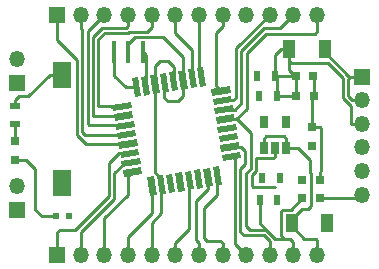
<source format=gbr>
G04 #@! TF.FileFunction,Copper,L1,Top,Signal*
%FSLAX46Y46*%
G04 Gerber Fmt 4.6, Leading zero omitted, Abs format (unit mm)*
G04 Created by KiCad (PCBNEW 4.0.7) date 11/17/20 22:45:57*
%MOMM*%
%LPD*%
G01*
G04 APERTURE LIST*
%ADD10C,0.100000*%
%ADD11R,0.500000X0.900000*%
%ADD12R,1.350000X1.350000*%
%ADD13O,1.350000X1.350000*%
%ADD14R,1.000000X1.600000*%
%ADD15R,0.800000X0.750000*%
%ADD16R,0.800000X0.800000*%
%ADD17R,0.600000X0.500000*%
%ADD18R,0.900000X0.500000*%
%ADD19R,1.600000X2.180000*%
%ADD20R,0.650000X1.060000*%
%ADD21R,0.400000X1.900000*%
%ADD22C,0.250000*%
G04 APERTURE END LIST*
D10*
G36*
X159730211Y-174366977D02*
X160273440Y-174280938D01*
X160523735Y-175861239D01*
X159980506Y-175947278D01*
X159730211Y-174366977D01*
X159730211Y-174366977D01*
G37*
G36*
X158940060Y-174492125D02*
X159483289Y-174406086D01*
X159733584Y-175986387D01*
X159190355Y-176072426D01*
X158940060Y-174492125D01*
X158940060Y-174492125D01*
G37*
G36*
X158149910Y-174617272D02*
X158693139Y-174531233D01*
X158943434Y-176111534D01*
X158400205Y-176197573D01*
X158149910Y-174617272D01*
X158149910Y-174617272D01*
G37*
G36*
X157359759Y-174742420D02*
X157902988Y-174656381D01*
X158153283Y-176236682D01*
X157610054Y-176322721D01*
X157359759Y-174742420D01*
X157359759Y-174742420D01*
G37*
G36*
X156569608Y-174867567D02*
X157112837Y-174781528D01*
X157363132Y-176361829D01*
X156819903Y-176447868D01*
X156569608Y-174867567D01*
X156569608Y-174867567D01*
G37*
G36*
X155779458Y-174992715D02*
X156322687Y-174906676D01*
X156572982Y-176486977D01*
X156029753Y-176573016D01*
X155779458Y-174992715D01*
X155779458Y-174992715D01*
G37*
G36*
X154989307Y-175117862D02*
X155532536Y-175031823D01*
X155782831Y-176612124D01*
X155239602Y-176698163D01*
X154989307Y-175117862D01*
X154989307Y-175117862D01*
G37*
G36*
X154199156Y-175243010D02*
X154742385Y-175156971D01*
X154992680Y-176737272D01*
X154449451Y-176823311D01*
X154199156Y-175243010D01*
X154199156Y-175243010D01*
G37*
G36*
X152643469Y-178045881D02*
X152557430Y-177502652D01*
X154137731Y-177252357D01*
X154223770Y-177795586D01*
X152643469Y-178045881D01*
X152643469Y-178045881D01*
G37*
G36*
X152768617Y-178836032D02*
X152682578Y-178292803D01*
X154262879Y-178042508D01*
X154348918Y-178585737D01*
X152768617Y-178836032D01*
X152768617Y-178836032D01*
G37*
G36*
X152893764Y-179626182D02*
X152807725Y-179082953D01*
X154388026Y-178832658D01*
X154474065Y-179375887D01*
X152893764Y-179626182D01*
X152893764Y-179626182D01*
G37*
G36*
X153018912Y-180416333D02*
X152932873Y-179873104D01*
X154513174Y-179622809D01*
X154599213Y-180166038D01*
X153018912Y-180416333D01*
X153018912Y-180416333D01*
G37*
G36*
X153144059Y-181206484D02*
X153058020Y-180663255D01*
X154638321Y-180412960D01*
X154724360Y-180956189D01*
X153144059Y-181206484D01*
X153144059Y-181206484D01*
G37*
G36*
X153269207Y-181996634D02*
X153183168Y-181453405D01*
X154763469Y-181203110D01*
X154849508Y-181746339D01*
X153269207Y-181996634D01*
X153269207Y-181996634D01*
G37*
G36*
X153394354Y-182786785D02*
X153308315Y-182243556D01*
X154888616Y-181993261D01*
X154974655Y-182536490D01*
X153394354Y-182786785D01*
X153394354Y-182786785D01*
G37*
G36*
X153519502Y-183576936D02*
X153433463Y-183033707D01*
X155013764Y-182783412D01*
X155099803Y-183326641D01*
X153519502Y-183576936D01*
X153519502Y-183576936D01*
G37*
G36*
X155528849Y-183638361D02*
X156072078Y-183552322D01*
X156322373Y-185132623D01*
X155779144Y-185218662D01*
X155528849Y-183638361D01*
X155528849Y-183638361D01*
G37*
G36*
X156319000Y-183513213D02*
X156862229Y-183427174D01*
X157112524Y-185007475D01*
X156569295Y-185093514D01*
X156319000Y-183513213D01*
X156319000Y-183513213D01*
G37*
G36*
X157109150Y-183388066D02*
X157652379Y-183302027D01*
X157902674Y-184882328D01*
X157359445Y-184968367D01*
X157109150Y-183388066D01*
X157109150Y-183388066D01*
G37*
G36*
X157899301Y-183262918D02*
X158442530Y-183176879D01*
X158692825Y-184757180D01*
X158149596Y-184843219D01*
X157899301Y-183262918D01*
X157899301Y-183262918D01*
G37*
G36*
X158689452Y-183137771D02*
X159232681Y-183051732D01*
X159482976Y-184632033D01*
X158939747Y-184718072D01*
X158689452Y-183137771D01*
X158689452Y-183137771D01*
G37*
G36*
X159479602Y-183012623D02*
X160022831Y-182926584D01*
X160273126Y-184506885D01*
X159729897Y-184592924D01*
X159479602Y-183012623D01*
X159479602Y-183012623D01*
G37*
G36*
X160269753Y-182887476D02*
X160812982Y-182801437D01*
X161063277Y-184381738D01*
X160520048Y-184467777D01*
X160269753Y-182887476D01*
X160269753Y-182887476D01*
G37*
G36*
X161059904Y-182762328D02*
X161603133Y-182676289D01*
X161853428Y-184256590D01*
X161310199Y-184342629D01*
X161059904Y-182762328D01*
X161059904Y-182762328D01*
G37*
G36*
X161914853Y-182247243D02*
X161828814Y-181704014D01*
X163409115Y-181453719D01*
X163495154Y-181996948D01*
X161914853Y-182247243D01*
X161914853Y-182247243D01*
G37*
G36*
X161789705Y-181457092D02*
X161703666Y-180913863D01*
X163283967Y-180663568D01*
X163370006Y-181206797D01*
X161789705Y-181457092D01*
X161789705Y-181457092D01*
G37*
G36*
X161664558Y-180666942D02*
X161578519Y-180123713D01*
X163158820Y-179873418D01*
X163244859Y-180416647D01*
X161664558Y-180666942D01*
X161664558Y-180666942D01*
G37*
G36*
X161539410Y-179876791D02*
X161453371Y-179333562D01*
X163033672Y-179083267D01*
X163119711Y-179626496D01*
X161539410Y-179876791D01*
X161539410Y-179876791D01*
G37*
G36*
X161414263Y-179086640D02*
X161328224Y-178543411D01*
X162908525Y-178293116D01*
X162994564Y-178836345D01*
X161414263Y-179086640D01*
X161414263Y-179086640D01*
G37*
G36*
X161289115Y-178296490D02*
X161203076Y-177753261D01*
X162783377Y-177502966D01*
X162869416Y-178046195D01*
X161289115Y-178296490D01*
X161289115Y-178296490D01*
G37*
G36*
X161163968Y-177506339D02*
X161077929Y-176963110D01*
X162658230Y-176712815D01*
X162744269Y-177256044D01*
X161163968Y-177506339D01*
X161163968Y-177506339D01*
G37*
G36*
X161038820Y-176716188D02*
X160952781Y-176172959D01*
X162533082Y-175922664D01*
X162619121Y-176465893D01*
X161038820Y-176716188D01*
X161038820Y-176716188D01*
G37*
D11*
X166547800Y-185547000D03*
X165047800Y-185547000D03*
X166320600Y-175082200D03*
X164820600Y-175082200D03*
D12*
X147900600Y-190169800D03*
D13*
X149900600Y-190169800D03*
X151900600Y-190169800D03*
X153900600Y-190169800D03*
X155900600Y-190169800D03*
X157900600Y-190169800D03*
X159900600Y-190169800D03*
X161900600Y-190169800D03*
X163900600Y-190169800D03*
X165900600Y-190169800D03*
X167900600Y-190169800D03*
X169900600Y-190169800D03*
D14*
X167767000Y-187477400D03*
X170767000Y-187477400D03*
X167561000Y-172745400D03*
X170561000Y-172745400D03*
D15*
X169646600Y-176758600D03*
X168146600Y-176758600D03*
X168654600Y-183819800D03*
X170154600Y-183819800D03*
X169595800Y-175082200D03*
X168095800Y-175082200D03*
X168654600Y-185394600D03*
X170154600Y-185394600D03*
D16*
X144348200Y-182143400D03*
X144348200Y-180543400D03*
X169494200Y-180975000D03*
X169494200Y-179375000D03*
D12*
X147900600Y-169849800D03*
D13*
X149900600Y-169849800D03*
X151900600Y-169849800D03*
X153900600Y-169849800D03*
X155900600Y-169849800D03*
X157900600Y-169849800D03*
X159900600Y-169849800D03*
X161900600Y-169849800D03*
X163900600Y-169849800D03*
X165900600Y-169849800D03*
X167900600Y-169849800D03*
X169900600Y-169849800D03*
D12*
X173710600Y-175089800D03*
D13*
X173710600Y-177089800D03*
X173710600Y-179089800D03*
X173710600Y-181089800D03*
X173710600Y-183089800D03*
X173710600Y-185089800D03*
D12*
X144500600Y-175609000D03*
D13*
X144500600Y-173609000D03*
D12*
X144500600Y-186359800D03*
D13*
X144500600Y-184359800D03*
D17*
X147786000Y-186918600D03*
X148886000Y-186918600D03*
D18*
X144348200Y-179071400D03*
X144348200Y-177571400D03*
D11*
X166751000Y-183718200D03*
X165251000Y-183718200D03*
X166523800Y-176707800D03*
X165023800Y-176707800D03*
D19*
X148310600Y-184109800D03*
X148310600Y-174929800D03*
D20*
X165379400Y-181143000D03*
X166329400Y-181143000D03*
X167279400Y-181143000D03*
X167279400Y-178943000D03*
X165379400Y-178943000D03*
D21*
X152730200Y-173050200D03*
X153930200Y-173050200D03*
X155130200Y-173050200D03*
D22*
X167279400Y-181143000D02*
X167854400Y-181143000D01*
X167854400Y-181143000D02*
X167870000Y-181127400D01*
X167870000Y-181127400D02*
X168325800Y-181127400D01*
X168325800Y-181127400D02*
X169341800Y-182143400D01*
X169341800Y-182143400D02*
X169341800Y-183261000D01*
X169341800Y-183261000D02*
X169379601Y-183298801D01*
X169379601Y-183298801D02*
X169379601Y-186029601D01*
X169379601Y-186029601D02*
X169100202Y-186309000D01*
X169100202Y-186309000D02*
X168635400Y-186309000D01*
X168635400Y-186309000D02*
X167767000Y-187177400D01*
X167767000Y-187177400D02*
X167767000Y-187477400D01*
X167279400Y-181143000D02*
X167279400Y-180363000D01*
X167279400Y-180363000D02*
X167078600Y-180162200D01*
X167078600Y-180162200D02*
X165580200Y-180162200D01*
X165580200Y-180162200D02*
X165379400Y-180363000D01*
X165379400Y-180363000D02*
X165379400Y-181143000D01*
X169799000Y-188849000D02*
X169900600Y-188950600D01*
X169900600Y-188950600D02*
X169900600Y-190169800D01*
X168838600Y-188849000D02*
X169799000Y-188849000D01*
X167767000Y-187477400D02*
X167767000Y-187777400D01*
X167767000Y-187777400D02*
X168838600Y-188849000D01*
X169494200Y-179375000D02*
X170144200Y-179375000D01*
X170144200Y-179375000D02*
X170219201Y-179450001D01*
X170219201Y-179450001D02*
X170219201Y-183130199D01*
X170219201Y-183130199D02*
X170154600Y-183194800D01*
X170154600Y-183194800D02*
X170154600Y-183819800D01*
X158546672Y-173431072D02*
X156890799Y-171775199D01*
X156890799Y-171775199D02*
X154455201Y-171775199D01*
X158546672Y-175364403D02*
X158546672Y-173431072D01*
X147260600Y-174929800D02*
X145465800Y-176724600D01*
X144348200Y-177571400D02*
X144348200Y-177071400D01*
X144348200Y-177071400D02*
X144695000Y-176724600D01*
X144695000Y-176724600D02*
X145465800Y-176724600D01*
X166309200Y-184429400D02*
X164465000Y-184429400D01*
X164465000Y-184429400D02*
X164356210Y-184320610D01*
X164356210Y-184320610D02*
X164356210Y-183447400D01*
X164356210Y-183447400D02*
X164720182Y-183083428D01*
X169494200Y-179375000D02*
X169494200Y-176911000D01*
X169494200Y-176911000D02*
X169646600Y-176758600D01*
X166254399Y-181998001D02*
X164762799Y-181998001D01*
X164762799Y-181998001D02*
X164720182Y-182040618D01*
X164720182Y-182040618D02*
X164720182Y-182447018D01*
X164720182Y-182447018D02*
X164720182Y-183083428D01*
X166329400Y-181923000D02*
X166329400Y-181143000D01*
X164720182Y-183083428D02*
X164720183Y-183083427D01*
X169646600Y-176758600D02*
X169646600Y-175133000D01*
X169646600Y-175133000D02*
X169595800Y-175082200D01*
X158546672Y-174294672D02*
X158546672Y-174454432D01*
X158546672Y-174454432D02*
X158546672Y-175364403D01*
X153930200Y-173050200D02*
X153930200Y-172300200D01*
X153930200Y-172300200D02*
X154455201Y-171775199D01*
X157901194Y-189215206D02*
X159086214Y-188030186D01*
X159086214Y-188030186D02*
X159086214Y-183884902D01*
X157900600Y-189215206D02*
X157901194Y-189215206D01*
X170561000Y-172745400D02*
X170561000Y-173045400D01*
X170561000Y-173045400D02*
X172605400Y-175089800D01*
X172605400Y-175089800D02*
X172785600Y-175089800D01*
X172785600Y-175089800D02*
X173710600Y-175089800D01*
X157900600Y-190169800D02*
X157900600Y-189215206D01*
X159086214Y-185388586D02*
X159086214Y-183884902D01*
X148310600Y-174929800D02*
X147260600Y-174929800D01*
X172873400Y-177089800D02*
X172542200Y-176758600D01*
X172542200Y-176758600D02*
X172542200Y-176504600D01*
X173710600Y-177089800D02*
X172873400Y-177089800D01*
X172542200Y-175333200D02*
X172542200Y-176504600D01*
X172785600Y-175089800D02*
X172542200Y-175333200D01*
X156966370Y-175614698D02*
X156966370Y-176809400D01*
X157251400Y-177165000D02*
X156966370Y-176879970D01*
X156966370Y-176879970D02*
X156966370Y-176809400D01*
X158114744Y-177165000D02*
X157251400Y-177165000D01*
X158546672Y-176733072D02*
X158114744Y-177165000D01*
X158546672Y-175364403D02*
X158546672Y-176733072D01*
X172745400Y-179079194D02*
X172745400Y-177598210D01*
X172092190Y-176945000D02*
X172745400Y-177598210D01*
X170843790Y-173964600D02*
X172092190Y-175213000D01*
X172092190Y-175213000D02*
X172092190Y-176945000D01*
X167730200Y-173964600D02*
X170843790Y-173964600D01*
X167561000Y-173795400D02*
X167730200Y-173964600D01*
X166523800Y-176707800D02*
X166523800Y-175285400D01*
X166523800Y-175285400D02*
X166320600Y-175082200D01*
X166523800Y-176707800D02*
X168095800Y-176707800D01*
X155900600Y-190169800D02*
X155900600Y-187456600D01*
X155900600Y-187456600D02*
X156715762Y-186641438D01*
X156715762Y-186641438D02*
X156715762Y-184260344D01*
X166320600Y-175082200D02*
X168095800Y-175082200D01*
X166320600Y-175082200D02*
X166320600Y-173235800D01*
X166320600Y-173235800D02*
X166811000Y-172745400D01*
X166811000Y-172745400D02*
X167561000Y-172745400D01*
X166371400Y-175133000D02*
X166320600Y-175082200D01*
X156176220Y-175739846D02*
X156176220Y-183196829D01*
X156176220Y-183196829D02*
X156715762Y-183736371D01*
X156715762Y-183736371D02*
X156715762Y-184260344D01*
X168095800Y-175082200D02*
X168095800Y-176707800D01*
X168095800Y-175082200D02*
X168070800Y-175082200D01*
X168070800Y-175082200D02*
X167561000Y-174572400D01*
X167561000Y-174572400D02*
X167561000Y-173795400D01*
X167561000Y-172745400D02*
X167561000Y-173795400D01*
X173710600Y-179089800D02*
X172756006Y-179089800D01*
X172756006Y-179089800D02*
X172745400Y-179079194D01*
X156176220Y-175739846D02*
X156176220Y-174829875D01*
X156176220Y-174829875D02*
X156184600Y-174821495D01*
X156184600Y-174821495D02*
X156184600Y-174218600D01*
X156184600Y-174218600D02*
X156641800Y-173761400D01*
X156641800Y-173761400D02*
X157251400Y-173761400D01*
X157251400Y-173761400D02*
X157756521Y-174266521D01*
X157756521Y-174266521D02*
X157756521Y-175489551D01*
X165047800Y-185547000D02*
X165047800Y-187525390D01*
X165047800Y-187525390D02*
X165609410Y-188087000D01*
X164261800Y-188087000D02*
X165125400Y-188087000D01*
X165125400Y-188087000D02*
X165609410Y-188087000D01*
X167106600Y-188822190D02*
X166852600Y-188568190D01*
X167671801Y-186352399D02*
X168629600Y-185394600D01*
X166852600Y-188568190D02*
X166852600Y-186506798D01*
X166852600Y-186506798D02*
X167006999Y-186352399D01*
X167006999Y-186352399D02*
X167671801Y-186352399D01*
X168629600Y-185394600D02*
X168654600Y-185394600D01*
X168744200Y-185305000D02*
X168654600Y-185394600D01*
X166344600Y-188822190D02*
X167106600Y-188822190D01*
X167106600Y-188822190D02*
X167638590Y-188822190D01*
X163906200Y-183261000D02*
X163906200Y-187731400D01*
X164261800Y-188087000D02*
X163906200Y-187731400D01*
X162161394Y-178689878D02*
X163099918Y-178689878D01*
X164270173Y-182897027D02*
X163906200Y-183261000D01*
X163099918Y-178689878D02*
X164270173Y-179860133D01*
X164270173Y-179860133D02*
X164270173Y-182897027D01*
X165609410Y-188087000D02*
X166344600Y-188822190D01*
X167900600Y-189084200D02*
X167900600Y-190169800D01*
X167638590Y-188822190D02*
X167900600Y-189084200D01*
X169900600Y-169849800D02*
X169900600Y-171272200D01*
X169709985Y-171462815D02*
X165560405Y-171462815D01*
X169900600Y-171272200D02*
X169709985Y-171462815D01*
X163942616Y-177818627D02*
X163071365Y-178689878D01*
X165560405Y-171462815D02*
X163942620Y-173080600D01*
X163942620Y-173080600D02*
X163942620Y-177469800D01*
X163942620Y-177469800D02*
X163942616Y-177818627D01*
X163071365Y-178689878D02*
X162161394Y-178689878D01*
X170154600Y-185394600D02*
X173405800Y-185394600D01*
X173405800Y-185394600D02*
X173710600Y-185089800D01*
X144348200Y-182143400D02*
X145237200Y-182143400D01*
X145237200Y-182143400D02*
X146050000Y-182956200D01*
X146050000Y-182956200D02*
X146050000Y-186359800D01*
X146050000Y-186359800D02*
X146608800Y-186918600D01*
X146608800Y-186918600D02*
X147786000Y-186918600D01*
X144348200Y-179071400D02*
X144348200Y-180543400D01*
X153891190Y-180809722D02*
X150380522Y-180809722D01*
X150380522Y-180809722D02*
X149580600Y-180009800D01*
X149580600Y-180009800D02*
X149580600Y-173659800D01*
X149580600Y-173659800D02*
X147900600Y-171979800D01*
X147900600Y-171979800D02*
X147900600Y-170774800D01*
X147900600Y-169849800D02*
X147900600Y-170774800D01*
X153766043Y-180019571D02*
X150860371Y-180019571D01*
X150860371Y-180019571D02*
X150850600Y-180009800D01*
X150850600Y-180009800D02*
X150217010Y-180009800D01*
X150217010Y-180009800D02*
X150030610Y-179823400D01*
X150030610Y-179823400D02*
X150030610Y-171119800D01*
X150030610Y-171119800D02*
X149900600Y-170989790D01*
X149900600Y-170989790D02*
X149900600Y-169849800D01*
X153640895Y-179229420D02*
X150563840Y-179229420D01*
X150563840Y-179229420D02*
X150480620Y-179146200D01*
X150480620Y-179146200D02*
X150480620Y-171269780D01*
X150480620Y-171269780D02*
X150850600Y-170899800D01*
X150850600Y-170899800D02*
X151900600Y-169849800D01*
X153515748Y-178439270D02*
X152605777Y-178439270D01*
X151722806Y-170958794D02*
X153746200Y-170958794D01*
X152605777Y-178439270D02*
X152601507Y-178435000D01*
X150930630Y-171750970D02*
X151722806Y-170958794D01*
X152601507Y-178435000D02*
X150952200Y-178435000D01*
X150952200Y-178435000D02*
X150930630Y-178413430D01*
X150930630Y-178413430D02*
X150930630Y-171750970D01*
X153746200Y-170958794D02*
X153900600Y-170804394D01*
X153900600Y-170804394D02*
X153900600Y-169849800D01*
X151909206Y-171408804D02*
X152171400Y-171408804D01*
X152171400Y-171408804D02*
X152882600Y-171408804D01*
X153932600Y-171408804D02*
X152171400Y-171408804D01*
X154016215Y-171325189D02*
X153932600Y-171408804D01*
X155900600Y-170895800D02*
X155471211Y-171325189D01*
X155471211Y-171325189D02*
X154016215Y-171325189D01*
X155900600Y-169849800D02*
X155900600Y-170895800D01*
X151380640Y-171937370D02*
X151909206Y-171408804D01*
X151380640Y-177593440D02*
X151380640Y-171937370D01*
X152453710Y-177622200D02*
X151409400Y-177622200D01*
X151409400Y-177622200D02*
X151380640Y-177593440D01*
X153390600Y-177649119D02*
X152480629Y-177649119D01*
X152480629Y-177649119D02*
X152453710Y-177622200D01*
X159336822Y-173253400D02*
X159336822Y-174329285D01*
X157900600Y-169849800D02*
X157900600Y-171413400D01*
X157900600Y-171413400D02*
X159336822Y-172849622D01*
X159336822Y-172849622D02*
X159336822Y-173253400D01*
X159336822Y-175239256D02*
X159336822Y-174329285D01*
X159900600Y-169849800D02*
X159900600Y-174887735D01*
X159900600Y-174887735D02*
X160126973Y-175114108D01*
X161315400Y-171389594D02*
X161315400Y-175848875D01*
X161315400Y-175848875D02*
X161785951Y-176319426D01*
X161900600Y-169849800D02*
X161900600Y-170804394D01*
X161900600Y-170804394D02*
X161315400Y-171389594D01*
X161911099Y-177109577D02*
X162821070Y-177109577D01*
X162821070Y-177109577D02*
X163042600Y-176888047D01*
X163042600Y-176888047D02*
X163042600Y-172707800D01*
X163042600Y-172707800D02*
X165900600Y-169849800D01*
X167900600Y-169849800D02*
X166737595Y-171012805D01*
X163492610Y-177353335D02*
X162946217Y-177899728D01*
X166737595Y-171012805D02*
X165374005Y-171012805D01*
X165374005Y-171012805D02*
X163492610Y-172894200D01*
X163492610Y-172894200D02*
X163492610Y-177353335D01*
X162946217Y-177899728D02*
X162036246Y-177899728D01*
X152730200Y-185445400D02*
X149900600Y-188275000D01*
X149900600Y-188275000D02*
X149900600Y-190169800D01*
X152730200Y-183277335D02*
X152730200Y-185445400D01*
X154141485Y-182390023D02*
X153617512Y-182390023D01*
X153617512Y-182390023D02*
X152730200Y-183277335D01*
X153865098Y-185123302D02*
X151900600Y-187087800D01*
X151900600Y-187087800D02*
X151900600Y-189215206D01*
X154266633Y-183180174D02*
X153865098Y-183581709D01*
X153865098Y-183581709D02*
X153865098Y-185123302D01*
X151900600Y-189215206D02*
X151900600Y-190169800D01*
X153900600Y-190169800D02*
X153900600Y-188643800D01*
X153900600Y-188643800D02*
X155925611Y-186618789D01*
X155925611Y-186618789D02*
X155925611Y-185295463D01*
X155925611Y-185295463D02*
X155925611Y-184385492D01*
X159639000Y-188953606D02*
X159639000Y-185600646D01*
X159639000Y-185600646D02*
X160666515Y-184573131D01*
X160666515Y-184573131D02*
X160666515Y-184544578D01*
X160666515Y-184544578D02*
X160666515Y-183634607D01*
X159900600Y-190169800D02*
X159900600Y-189215206D01*
X159900600Y-189215206D02*
X159639000Y-188953606D01*
X160352399Y-186205201D02*
X161456666Y-185100934D01*
X161456666Y-185100934D02*
X161456666Y-183509459D01*
X160604200Y-189052200D02*
X160352399Y-188800399D01*
X160352399Y-188800399D02*
X160352399Y-186205201D01*
X160877412Y-189052200D02*
X160604200Y-189052200D01*
X161721800Y-189036406D02*
X160893206Y-189036406D01*
X160893206Y-189036406D02*
X160877412Y-189052200D01*
X161900600Y-190169800D02*
X161900600Y-189215206D01*
X161900600Y-189215206D02*
X161721800Y-189036406D01*
X162661984Y-181850481D02*
X162973053Y-182161550D01*
X162973053Y-182161550D02*
X162973053Y-189242253D01*
X162973053Y-189242253D02*
X163900600Y-190169800D01*
X165900600Y-190169800D02*
X165900600Y-189014600D01*
X165900600Y-189014600D02*
X165430200Y-188544200D01*
X163475361Y-181060330D02*
X162536836Y-181060330D01*
X165430200Y-188544200D02*
X163727863Y-188544200D01*
X163727863Y-188544200D02*
X163423063Y-188239400D01*
X163820164Y-181405133D02*
X163475361Y-181060330D01*
X163423063Y-188239400D02*
X163423063Y-182931337D01*
X163423063Y-182931337D02*
X163820164Y-182534236D01*
X163820164Y-182534236D02*
X163820164Y-181405133D01*
X147900600Y-190169800D02*
X147900600Y-188293800D01*
X148107400Y-188087000D02*
X149428200Y-188087000D01*
X147900600Y-188293800D02*
X148107400Y-188087000D01*
X149428200Y-188087000D02*
X152280190Y-185235010D01*
X153106367Y-181599872D02*
X154016338Y-181599872D01*
X152280190Y-185235010D02*
X152280190Y-182426049D01*
X152280190Y-182426049D02*
X153106367Y-181599872D01*
X155386069Y-175864993D02*
X155386069Y-173306069D01*
X155386069Y-173306069D02*
X155130200Y-173050200D01*
X153688941Y-175990141D02*
X152730200Y-175031400D01*
X152730200Y-175031400D02*
X152730200Y-173050200D01*
X154595918Y-175990141D02*
X153688941Y-175990141D01*
M02*

</source>
